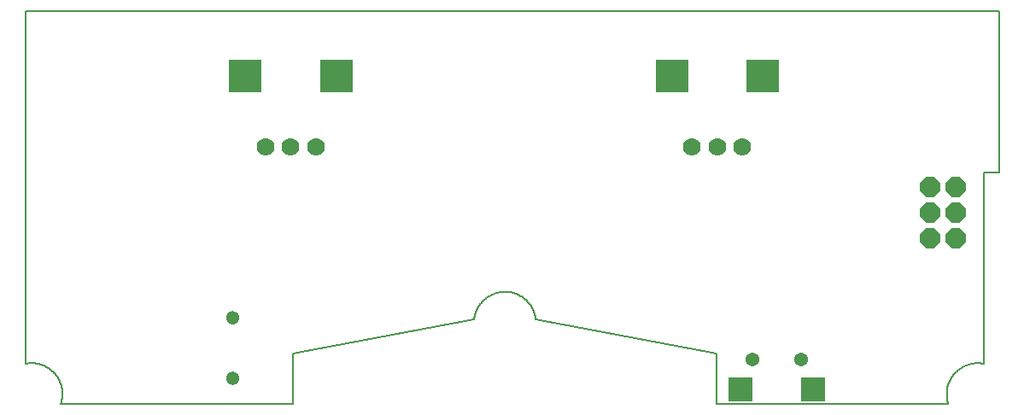
<source format=gbs>
G75*
%MOIN*%
%OFA0B0*%
%FSLAX25Y25*%
%IPPOS*%
%LPD*%
%AMOC8*
5,1,8,0,0,1.08239X$1,22.5*
%
%ADD10C,0.00800*%
%ADD11C,0.00787*%
%ADD12OC8,0.07800*%
%ADD13C,0.07000*%
%ADD14R,0.12998X0.12998*%
%ADD15C,0.05420*%
%ADD16R,0.09258X0.09258*%
%ADD17C,0.00000*%
%ADD18C,0.05124*%
D10*
X0016870Y0164242D02*
X0396791Y0164242D01*
D11*
X0030650Y0010698D02*
X0030743Y0010975D01*
X0030830Y0011254D01*
X0030910Y0011534D01*
X0030983Y0011817D01*
X0031049Y0012101D01*
X0031108Y0012387D01*
X0031161Y0012674D01*
X0031206Y0012963D01*
X0031244Y0013252D01*
X0031276Y0013542D01*
X0031300Y0013833D01*
X0031317Y0014125D01*
X0031327Y0014416D01*
X0031330Y0014708D01*
X0031326Y0015000D01*
X0031315Y0015292D01*
X0031296Y0015583D01*
X0031271Y0015874D01*
X0031238Y0016164D01*
X0031199Y0016453D01*
X0031152Y0016742D01*
X0031099Y0017029D01*
X0031039Y0017314D01*
X0030971Y0017598D01*
X0030897Y0017880D01*
X0030816Y0018161D01*
X0030728Y0018439D01*
X0030633Y0018715D01*
X0030532Y0018989D01*
X0030424Y0019260D01*
X0030310Y0019529D01*
X0030189Y0019795D01*
X0030061Y0020057D01*
X0029928Y0020317D01*
X0029788Y0020573D01*
X0029642Y0020826D01*
X0029489Y0021075D01*
X0029331Y0021320D01*
X0029167Y0021561D01*
X0028997Y0021799D01*
X0028821Y0022032D01*
X0028640Y0022261D01*
X0028453Y0022485D01*
X0028261Y0022705D01*
X0028063Y0022919D01*
X0027860Y0023130D01*
X0027653Y0023335D01*
X0027440Y0023535D01*
X0027223Y0023729D01*
X0027001Y0023919D01*
X0026774Y0024103D01*
X0026543Y0024281D01*
X0026308Y0024454D01*
X0026068Y0024621D01*
X0025825Y0024782D01*
X0025577Y0024937D01*
X0025327Y0025086D01*
X0025072Y0025229D01*
X0024814Y0025366D01*
X0024553Y0025497D01*
X0024289Y0025621D01*
X0024021Y0025738D01*
X0023752Y0025849D01*
X0023479Y0025954D01*
X0023204Y0026052D01*
X0022927Y0026143D01*
X0022647Y0026227D01*
X0022366Y0026304D01*
X0022082Y0026375D01*
X0021798Y0026439D01*
X0021511Y0026496D01*
X0021224Y0026546D01*
X0020935Y0026588D01*
X0020645Y0026624D01*
X0020355Y0026653D01*
X0020064Y0026675D01*
X0019772Y0026689D01*
X0019480Y0026697D01*
X0019188Y0026697D01*
X0018896Y0026691D01*
X0018605Y0026677D01*
X0018314Y0026656D01*
X0018023Y0026628D01*
X0017733Y0026593D01*
X0017444Y0026551D01*
X0017157Y0026502D01*
X0016870Y0026446D01*
X0016870Y0026447D02*
X0016870Y0164242D01*
X0121201Y0030384D02*
X0192028Y0043825D01*
X0192064Y0044119D01*
X0192108Y0044412D01*
X0192158Y0044704D01*
X0192216Y0044995D01*
X0192281Y0045284D01*
X0192353Y0045571D01*
X0192432Y0045857D01*
X0192518Y0046140D01*
X0192611Y0046421D01*
X0192711Y0046700D01*
X0192818Y0046977D01*
X0192931Y0047251D01*
X0193051Y0047521D01*
X0193178Y0047789D01*
X0193311Y0048054D01*
X0193451Y0048315D01*
X0193597Y0048573D01*
X0193750Y0048827D01*
X0193908Y0049077D01*
X0194073Y0049324D01*
X0194243Y0049566D01*
X0194420Y0049804D01*
X0194602Y0050038D01*
X0194790Y0050267D01*
X0194984Y0050491D01*
X0195183Y0050710D01*
X0195387Y0050925D01*
X0195597Y0051135D01*
X0195811Y0051339D01*
X0196031Y0051538D01*
X0196255Y0051731D01*
X0196484Y0051919D01*
X0196718Y0052102D01*
X0196956Y0052278D01*
X0197198Y0052449D01*
X0197444Y0052613D01*
X0197695Y0052772D01*
X0197949Y0052924D01*
X0198207Y0053070D01*
X0198468Y0053210D01*
X0198733Y0053343D01*
X0199001Y0053470D01*
X0199271Y0053590D01*
X0199545Y0053703D01*
X0199822Y0053810D01*
X0200101Y0053909D01*
X0200382Y0054002D01*
X0200666Y0054088D01*
X0200951Y0054167D01*
X0201239Y0054239D01*
X0201528Y0054304D01*
X0201818Y0054362D01*
X0202110Y0054413D01*
X0202403Y0054456D01*
X0202697Y0054492D01*
X0202992Y0054521D01*
X0203288Y0054543D01*
X0203584Y0054558D01*
X0203880Y0054565D01*
X0204176Y0054565D01*
X0204472Y0054558D01*
X0204768Y0054543D01*
X0205064Y0054521D01*
X0205359Y0054492D01*
X0205653Y0054456D01*
X0205946Y0054413D01*
X0206238Y0054362D01*
X0206528Y0054304D01*
X0206817Y0054239D01*
X0207105Y0054167D01*
X0207390Y0054088D01*
X0207674Y0054002D01*
X0207955Y0053909D01*
X0208234Y0053810D01*
X0208511Y0053703D01*
X0208785Y0053590D01*
X0209055Y0053470D01*
X0209323Y0053343D01*
X0209588Y0053210D01*
X0209849Y0053070D01*
X0210107Y0052924D01*
X0210361Y0052772D01*
X0210612Y0052613D01*
X0210858Y0052449D01*
X0211100Y0052278D01*
X0211338Y0052102D01*
X0211572Y0051919D01*
X0211801Y0051731D01*
X0212025Y0051538D01*
X0212245Y0051339D01*
X0212459Y0051135D01*
X0212669Y0050925D01*
X0212873Y0050710D01*
X0213072Y0050491D01*
X0213266Y0050267D01*
X0213454Y0050038D01*
X0213636Y0049804D01*
X0213813Y0049566D01*
X0213983Y0049324D01*
X0214148Y0049077D01*
X0214306Y0048827D01*
X0214459Y0048573D01*
X0214605Y0048315D01*
X0214745Y0048054D01*
X0214878Y0047789D01*
X0215005Y0047521D01*
X0215125Y0047251D01*
X0215238Y0046977D01*
X0215345Y0046700D01*
X0215445Y0046421D01*
X0215538Y0046140D01*
X0215624Y0045857D01*
X0215703Y0045571D01*
X0215775Y0045284D01*
X0215840Y0044995D01*
X0215898Y0044704D01*
X0215948Y0044412D01*
X0215992Y0044119D01*
X0216028Y0043825D01*
X0286555Y0030384D01*
X0286555Y0010699D01*
X0377106Y0010699D01*
X0377015Y0010978D01*
X0376930Y0011260D01*
X0376851Y0011544D01*
X0376780Y0011830D01*
X0376716Y0012117D01*
X0376659Y0012406D01*
X0376609Y0012696D01*
X0376566Y0012987D01*
X0376530Y0013279D01*
X0376501Y0013572D01*
X0376480Y0013865D01*
X0376465Y0014159D01*
X0376458Y0014454D01*
X0376458Y0014748D01*
X0376465Y0015042D01*
X0376479Y0015336D01*
X0376501Y0015630D01*
X0376529Y0015923D01*
X0376565Y0016215D01*
X0376608Y0016506D01*
X0376658Y0016796D01*
X0376714Y0017085D01*
X0376778Y0017372D01*
X0376849Y0017658D01*
X0376927Y0017942D01*
X0377012Y0018224D01*
X0377104Y0018503D01*
X0377202Y0018781D01*
X0377307Y0019056D01*
X0377419Y0019328D01*
X0377538Y0019597D01*
X0377662Y0019864D01*
X0377794Y0020127D01*
X0377932Y0020387D01*
X0378076Y0020644D01*
X0378226Y0020897D01*
X0378383Y0021146D01*
X0378545Y0021392D01*
X0378713Y0021633D01*
X0378888Y0021871D01*
X0379068Y0022103D01*
X0379253Y0022332D01*
X0379444Y0022556D01*
X0379641Y0022775D01*
X0379843Y0022989D01*
X0380050Y0023198D01*
X0380262Y0023403D01*
X0380479Y0023602D01*
X0380700Y0023795D01*
X0380927Y0023983D01*
X0381157Y0024166D01*
X0381393Y0024343D01*
X0381632Y0024514D01*
X0381876Y0024679D01*
X0382123Y0024838D01*
X0382375Y0024992D01*
X0382630Y0025139D01*
X0382888Y0025279D01*
X0383150Y0025414D01*
X0383415Y0025542D01*
X0383683Y0025663D01*
X0383954Y0025778D01*
X0384228Y0025886D01*
X0384504Y0025988D01*
X0384783Y0026083D01*
X0385064Y0026170D01*
X0385347Y0026252D01*
X0385632Y0026326D01*
X0385918Y0026393D01*
X0386206Y0026453D01*
X0386496Y0026506D01*
X0386787Y0026552D01*
X0387078Y0026591D01*
X0387371Y0026623D01*
X0387664Y0026648D01*
X0387958Y0026665D01*
X0388252Y0026676D01*
X0388547Y0026679D01*
X0388841Y0026675D01*
X0389135Y0026664D01*
X0389429Y0026646D01*
X0389722Y0026620D01*
X0390015Y0026588D01*
X0390306Y0026548D01*
X0390597Y0026501D01*
X0390886Y0026447D01*
X0390886Y0101250D01*
X0396791Y0101250D01*
X0396791Y0164242D01*
X0121201Y0030384D02*
X0121201Y0010699D01*
X0030650Y0010699D01*
D12*
X0370059Y0075423D03*
X0380059Y0075423D03*
X0380059Y0085423D03*
X0370059Y0085423D03*
X0370059Y0095423D03*
X0380059Y0095423D03*
D13*
X0296713Y0111093D03*
X0286870Y0111093D03*
X0277028Y0111093D03*
X0130256Y0111093D03*
X0120413Y0111093D03*
X0110571Y0111093D03*
D14*
X0102697Y0138652D03*
X0138130Y0138652D03*
X0269154Y0138652D03*
X0304587Y0138652D03*
D15*
X0300630Y0028230D03*
X0319724Y0028230D03*
D16*
X0324252Y0016419D03*
X0296102Y0016419D03*
D17*
X0095217Y0020935D02*
X0095219Y0021032D01*
X0095225Y0021129D01*
X0095235Y0021225D01*
X0095249Y0021321D01*
X0095267Y0021417D01*
X0095288Y0021511D01*
X0095314Y0021605D01*
X0095343Y0021697D01*
X0095377Y0021788D01*
X0095413Y0021878D01*
X0095454Y0021966D01*
X0095498Y0022052D01*
X0095546Y0022137D01*
X0095597Y0022219D01*
X0095651Y0022300D01*
X0095709Y0022378D01*
X0095770Y0022453D01*
X0095833Y0022526D01*
X0095900Y0022597D01*
X0095970Y0022664D01*
X0096042Y0022729D01*
X0096117Y0022790D01*
X0096195Y0022849D01*
X0096274Y0022904D01*
X0096356Y0022956D01*
X0096440Y0023004D01*
X0096526Y0023049D01*
X0096614Y0023091D01*
X0096703Y0023129D01*
X0096794Y0023163D01*
X0096886Y0023193D01*
X0096979Y0023220D01*
X0097074Y0023242D01*
X0097169Y0023261D01*
X0097265Y0023276D01*
X0097361Y0023287D01*
X0097458Y0023294D01*
X0097555Y0023297D01*
X0097652Y0023296D01*
X0097749Y0023291D01*
X0097845Y0023282D01*
X0097941Y0023269D01*
X0098037Y0023252D01*
X0098132Y0023231D01*
X0098225Y0023207D01*
X0098318Y0023178D01*
X0098410Y0023146D01*
X0098500Y0023110D01*
X0098588Y0023071D01*
X0098675Y0023027D01*
X0098760Y0022981D01*
X0098843Y0022930D01*
X0098924Y0022877D01*
X0099002Y0022820D01*
X0099079Y0022760D01*
X0099152Y0022697D01*
X0099223Y0022631D01*
X0099291Y0022562D01*
X0099357Y0022490D01*
X0099419Y0022416D01*
X0099478Y0022339D01*
X0099534Y0022260D01*
X0099587Y0022178D01*
X0099637Y0022095D01*
X0099682Y0022009D01*
X0099725Y0021922D01*
X0099764Y0021833D01*
X0099799Y0021743D01*
X0099830Y0021651D01*
X0099857Y0021558D01*
X0099881Y0021464D01*
X0099901Y0021369D01*
X0099917Y0021273D01*
X0099929Y0021177D01*
X0099937Y0021080D01*
X0099941Y0020983D01*
X0099941Y0020887D01*
X0099937Y0020790D01*
X0099929Y0020693D01*
X0099917Y0020597D01*
X0099901Y0020501D01*
X0099881Y0020406D01*
X0099857Y0020312D01*
X0099830Y0020219D01*
X0099799Y0020127D01*
X0099764Y0020037D01*
X0099725Y0019948D01*
X0099682Y0019861D01*
X0099637Y0019775D01*
X0099587Y0019692D01*
X0099534Y0019610D01*
X0099478Y0019531D01*
X0099419Y0019454D01*
X0099357Y0019380D01*
X0099291Y0019308D01*
X0099223Y0019239D01*
X0099152Y0019173D01*
X0099079Y0019110D01*
X0099002Y0019050D01*
X0098924Y0018993D01*
X0098843Y0018940D01*
X0098760Y0018889D01*
X0098675Y0018843D01*
X0098588Y0018799D01*
X0098500Y0018760D01*
X0098410Y0018724D01*
X0098318Y0018692D01*
X0098225Y0018663D01*
X0098132Y0018639D01*
X0098037Y0018618D01*
X0097941Y0018601D01*
X0097845Y0018588D01*
X0097749Y0018579D01*
X0097652Y0018574D01*
X0097555Y0018573D01*
X0097458Y0018576D01*
X0097361Y0018583D01*
X0097265Y0018594D01*
X0097169Y0018609D01*
X0097074Y0018628D01*
X0096979Y0018650D01*
X0096886Y0018677D01*
X0096794Y0018707D01*
X0096703Y0018741D01*
X0096614Y0018779D01*
X0096526Y0018821D01*
X0096440Y0018866D01*
X0096356Y0018914D01*
X0096274Y0018966D01*
X0096195Y0019021D01*
X0096117Y0019080D01*
X0096042Y0019141D01*
X0095970Y0019206D01*
X0095900Y0019273D01*
X0095833Y0019344D01*
X0095770Y0019417D01*
X0095709Y0019492D01*
X0095651Y0019570D01*
X0095597Y0019651D01*
X0095546Y0019733D01*
X0095498Y0019818D01*
X0095454Y0019904D01*
X0095413Y0019992D01*
X0095377Y0020082D01*
X0095343Y0020173D01*
X0095314Y0020265D01*
X0095288Y0020359D01*
X0095267Y0020453D01*
X0095249Y0020549D01*
X0095235Y0020645D01*
X0095225Y0020741D01*
X0095219Y0020838D01*
X0095217Y0020935D01*
X0095217Y0044557D02*
X0095219Y0044654D01*
X0095225Y0044751D01*
X0095235Y0044847D01*
X0095249Y0044943D01*
X0095267Y0045039D01*
X0095288Y0045133D01*
X0095314Y0045227D01*
X0095343Y0045319D01*
X0095377Y0045410D01*
X0095413Y0045500D01*
X0095454Y0045588D01*
X0095498Y0045674D01*
X0095546Y0045759D01*
X0095597Y0045841D01*
X0095651Y0045922D01*
X0095709Y0046000D01*
X0095770Y0046075D01*
X0095833Y0046148D01*
X0095900Y0046219D01*
X0095970Y0046286D01*
X0096042Y0046351D01*
X0096117Y0046412D01*
X0096195Y0046471D01*
X0096274Y0046526D01*
X0096356Y0046578D01*
X0096440Y0046626D01*
X0096526Y0046671D01*
X0096614Y0046713D01*
X0096703Y0046751D01*
X0096794Y0046785D01*
X0096886Y0046815D01*
X0096979Y0046842D01*
X0097074Y0046864D01*
X0097169Y0046883D01*
X0097265Y0046898D01*
X0097361Y0046909D01*
X0097458Y0046916D01*
X0097555Y0046919D01*
X0097652Y0046918D01*
X0097749Y0046913D01*
X0097845Y0046904D01*
X0097941Y0046891D01*
X0098037Y0046874D01*
X0098132Y0046853D01*
X0098225Y0046829D01*
X0098318Y0046800D01*
X0098410Y0046768D01*
X0098500Y0046732D01*
X0098588Y0046693D01*
X0098675Y0046649D01*
X0098760Y0046603D01*
X0098843Y0046552D01*
X0098924Y0046499D01*
X0099002Y0046442D01*
X0099079Y0046382D01*
X0099152Y0046319D01*
X0099223Y0046253D01*
X0099291Y0046184D01*
X0099357Y0046112D01*
X0099419Y0046038D01*
X0099478Y0045961D01*
X0099534Y0045882D01*
X0099587Y0045800D01*
X0099637Y0045717D01*
X0099682Y0045631D01*
X0099725Y0045544D01*
X0099764Y0045455D01*
X0099799Y0045365D01*
X0099830Y0045273D01*
X0099857Y0045180D01*
X0099881Y0045086D01*
X0099901Y0044991D01*
X0099917Y0044895D01*
X0099929Y0044799D01*
X0099937Y0044702D01*
X0099941Y0044605D01*
X0099941Y0044509D01*
X0099937Y0044412D01*
X0099929Y0044315D01*
X0099917Y0044219D01*
X0099901Y0044123D01*
X0099881Y0044028D01*
X0099857Y0043934D01*
X0099830Y0043841D01*
X0099799Y0043749D01*
X0099764Y0043659D01*
X0099725Y0043570D01*
X0099682Y0043483D01*
X0099637Y0043397D01*
X0099587Y0043314D01*
X0099534Y0043232D01*
X0099478Y0043153D01*
X0099419Y0043076D01*
X0099357Y0043002D01*
X0099291Y0042930D01*
X0099223Y0042861D01*
X0099152Y0042795D01*
X0099079Y0042732D01*
X0099002Y0042672D01*
X0098924Y0042615D01*
X0098843Y0042562D01*
X0098760Y0042511D01*
X0098675Y0042465D01*
X0098588Y0042421D01*
X0098500Y0042382D01*
X0098410Y0042346D01*
X0098318Y0042314D01*
X0098225Y0042285D01*
X0098132Y0042261D01*
X0098037Y0042240D01*
X0097941Y0042223D01*
X0097845Y0042210D01*
X0097749Y0042201D01*
X0097652Y0042196D01*
X0097555Y0042195D01*
X0097458Y0042198D01*
X0097361Y0042205D01*
X0097265Y0042216D01*
X0097169Y0042231D01*
X0097074Y0042250D01*
X0096979Y0042272D01*
X0096886Y0042299D01*
X0096794Y0042329D01*
X0096703Y0042363D01*
X0096614Y0042401D01*
X0096526Y0042443D01*
X0096440Y0042488D01*
X0096356Y0042536D01*
X0096274Y0042588D01*
X0096195Y0042643D01*
X0096117Y0042702D01*
X0096042Y0042763D01*
X0095970Y0042828D01*
X0095900Y0042895D01*
X0095833Y0042966D01*
X0095770Y0043039D01*
X0095709Y0043114D01*
X0095651Y0043192D01*
X0095597Y0043273D01*
X0095546Y0043355D01*
X0095498Y0043440D01*
X0095454Y0043526D01*
X0095413Y0043614D01*
X0095377Y0043704D01*
X0095343Y0043795D01*
X0095314Y0043887D01*
X0095288Y0043981D01*
X0095267Y0044075D01*
X0095249Y0044171D01*
X0095235Y0044267D01*
X0095225Y0044363D01*
X0095219Y0044460D01*
X0095217Y0044557D01*
D18*
X0097579Y0044557D03*
X0097579Y0020935D03*
M02*

</source>
